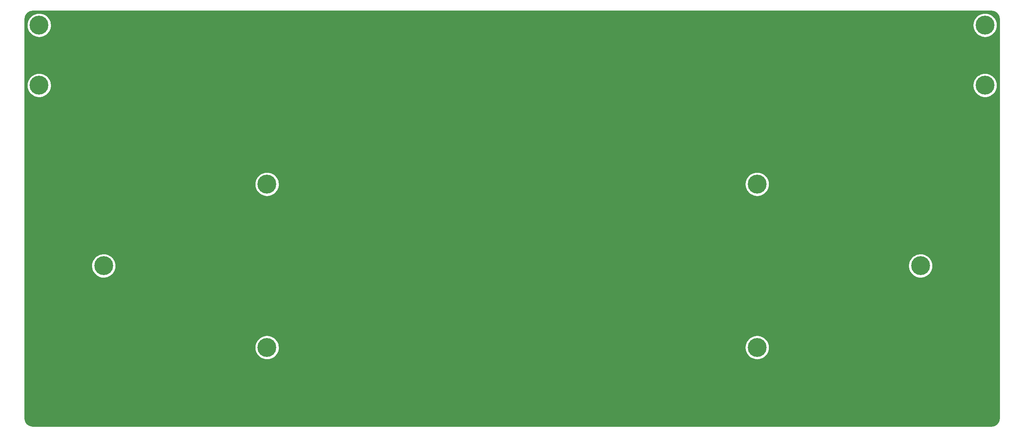
<source format=gbl>
G04 #@! TF.GenerationSoftware,KiCad,Pcbnew,(5.1.2)-1*
G04 #@! TF.CreationDate,2020-05-19T15:32:55-05:00*
G04 #@! TF.ProjectId,plaid_bottom,706c6169-645f-4626-9f74-746f6d2e6b69,rev?*
G04 #@! TF.SameCoordinates,PX2faf080PY2faf080*
G04 #@! TF.FileFunction,Copper,L2,Bot*
G04 #@! TF.FilePolarity,Positive*
%FSLAX46Y46*%
G04 Gerber Fmt 4.6, Leading zero omitted, Abs format (unit mm)*
G04 Created by KiCad (PCBNEW (5.1.2)-1) date 2020-05-19 15:32:55*
%MOMM*%
%LPD*%
G04 APERTURE LIST*
%ADD10C,4.400000*%
%ADD11C,0.254000*%
G04 APERTURE END LIST*
D10*
X4000000Y-4000000D03*
X4000000Y-18000000D03*
X224000000Y-4000000D03*
X224000000Y-18000000D03*
X19000000Y-60000000D03*
X57000000Y-41000000D03*
X57000000Y-79000000D03*
X171000000Y-41000000D03*
X171000000Y-79000000D03*
X209000000Y-60000000D03*
D11*
G36*
X225847018Y-747430D02*
G01*
X226180819Y-848211D01*
X226488687Y-1011907D01*
X226758896Y-1232284D01*
X226981157Y-1500952D01*
X227146995Y-1807663D01*
X227250104Y-2140753D01*
X227290000Y-2520341D01*
X227290001Y-95465270D01*
X227252571Y-95847016D01*
X227151789Y-96180818D01*
X226988093Y-96488687D01*
X226767716Y-96758897D01*
X226499052Y-96981154D01*
X226192337Y-97146995D01*
X225859246Y-97250104D01*
X225479659Y-97290000D01*
X2534720Y-97290000D01*
X2152984Y-97252571D01*
X1819182Y-97151789D01*
X1511313Y-96988093D01*
X1241103Y-96767716D01*
X1018846Y-96499052D01*
X853005Y-96192337D01*
X749896Y-95859246D01*
X710000Y-95479659D01*
X710000Y-79015174D01*
X54151322Y-79015174D01*
X54165000Y-79146854D01*
X54165000Y-79279223D01*
X54193777Y-79423893D01*
X54209019Y-79570632D01*
X54248124Y-79697116D01*
X54273948Y-79826939D01*
X54330395Y-79963214D01*
X54373972Y-80104161D01*
X54439753Y-80227229D01*
X54487656Y-80342876D01*
X54557202Y-80446960D01*
X54622982Y-80570024D01*
X54651070Y-80587443D01*
X54797912Y-80807207D01*
X55192793Y-81202088D01*
X55412557Y-81348930D01*
X55429976Y-81377018D01*
X55547057Y-81438800D01*
X55657124Y-81512344D01*
X55793407Y-81568794D01*
X55923877Y-81637641D01*
X56050764Y-81675395D01*
X56173061Y-81726052D01*
X56317736Y-81754830D01*
X56459133Y-81796901D01*
X56590948Y-81809175D01*
X56720777Y-81835000D01*
X56868284Y-81835000D01*
X57015174Y-81848678D01*
X57146854Y-81835000D01*
X57279223Y-81835000D01*
X57423893Y-81806223D01*
X57570632Y-81790981D01*
X57697116Y-81751876D01*
X57826939Y-81726052D01*
X57963214Y-81669605D01*
X58104161Y-81626028D01*
X58227229Y-81560247D01*
X58342876Y-81512344D01*
X58446960Y-81442798D01*
X58570024Y-81377018D01*
X58587443Y-81348930D01*
X58807207Y-81202088D01*
X59202088Y-80807207D01*
X59348930Y-80587443D01*
X59377018Y-80570024D01*
X59438800Y-80452943D01*
X59512344Y-80342876D01*
X59568794Y-80206593D01*
X59637641Y-80076123D01*
X59675395Y-79949236D01*
X59726052Y-79826939D01*
X59754830Y-79682264D01*
X59796901Y-79540867D01*
X59809175Y-79409052D01*
X59835000Y-79279223D01*
X59835000Y-79131716D01*
X59845852Y-79015174D01*
X168151322Y-79015174D01*
X168165000Y-79146854D01*
X168165000Y-79279223D01*
X168193777Y-79423893D01*
X168209019Y-79570632D01*
X168248124Y-79697116D01*
X168273948Y-79826939D01*
X168330395Y-79963214D01*
X168373972Y-80104161D01*
X168439753Y-80227229D01*
X168487656Y-80342876D01*
X168557202Y-80446960D01*
X168622982Y-80570024D01*
X168651070Y-80587443D01*
X168797912Y-80807207D01*
X169192793Y-81202088D01*
X169412557Y-81348930D01*
X169429976Y-81377018D01*
X169547057Y-81438800D01*
X169657124Y-81512344D01*
X169793407Y-81568794D01*
X169923877Y-81637641D01*
X170050764Y-81675395D01*
X170173061Y-81726052D01*
X170317736Y-81754830D01*
X170459133Y-81796901D01*
X170590948Y-81809175D01*
X170720777Y-81835000D01*
X170868284Y-81835000D01*
X171015174Y-81848678D01*
X171146854Y-81835000D01*
X171279223Y-81835000D01*
X171423893Y-81806223D01*
X171570632Y-81790981D01*
X171697116Y-81751876D01*
X171826939Y-81726052D01*
X171963214Y-81669605D01*
X172104161Y-81626028D01*
X172227229Y-81560247D01*
X172342876Y-81512344D01*
X172446960Y-81442798D01*
X172570024Y-81377018D01*
X172587443Y-81348930D01*
X172807207Y-81202088D01*
X173202088Y-80807207D01*
X173348930Y-80587443D01*
X173377018Y-80570024D01*
X173438800Y-80452943D01*
X173512344Y-80342876D01*
X173568794Y-80206593D01*
X173637641Y-80076123D01*
X173675395Y-79949236D01*
X173726052Y-79826939D01*
X173754830Y-79682264D01*
X173796901Y-79540867D01*
X173809175Y-79409052D01*
X173835000Y-79279223D01*
X173835000Y-79131716D01*
X173848678Y-78984826D01*
X173835000Y-78853146D01*
X173835000Y-78720777D01*
X173806223Y-78576107D01*
X173790981Y-78429368D01*
X173751876Y-78302884D01*
X173726052Y-78173061D01*
X173669605Y-78036786D01*
X173626028Y-77895839D01*
X173560247Y-77772771D01*
X173512344Y-77657124D01*
X173442798Y-77553040D01*
X173377018Y-77429976D01*
X173348930Y-77412557D01*
X173202088Y-77192793D01*
X172807207Y-76797912D01*
X172587443Y-76651070D01*
X172570024Y-76622982D01*
X172452943Y-76561200D01*
X172342876Y-76487656D01*
X172206593Y-76431206D01*
X172076123Y-76362359D01*
X171949236Y-76324605D01*
X171826939Y-76273948D01*
X171682264Y-76245170D01*
X171540867Y-76203099D01*
X171409052Y-76190825D01*
X171279223Y-76165000D01*
X171131716Y-76165000D01*
X170984826Y-76151322D01*
X170853146Y-76165000D01*
X170720777Y-76165000D01*
X170576107Y-76193777D01*
X170429368Y-76209019D01*
X170302884Y-76248124D01*
X170173061Y-76273948D01*
X170036786Y-76330395D01*
X169895839Y-76373972D01*
X169772771Y-76439753D01*
X169657124Y-76487656D01*
X169553040Y-76557202D01*
X169429976Y-76622982D01*
X169412557Y-76651070D01*
X169192793Y-76797912D01*
X168797912Y-77192793D01*
X168651070Y-77412557D01*
X168622982Y-77429976D01*
X168561200Y-77547057D01*
X168487656Y-77657124D01*
X168431206Y-77793407D01*
X168362359Y-77923877D01*
X168324605Y-78050764D01*
X168273948Y-78173061D01*
X168245170Y-78317736D01*
X168203099Y-78459133D01*
X168190825Y-78590948D01*
X168165000Y-78720777D01*
X168165000Y-78868284D01*
X168151322Y-79015174D01*
X59845852Y-79015174D01*
X59848678Y-78984826D01*
X59835000Y-78853146D01*
X59835000Y-78720777D01*
X59806223Y-78576107D01*
X59790981Y-78429368D01*
X59751876Y-78302884D01*
X59726052Y-78173061D01*
X59669605Y-78036786D01*
X59626028Y-77895839D01*
X59560247Y-77772771D01*
X59512344Y-77657124D01*
X59442798Y-77553040D01*
X59377018Y-77429976D01*
X59348930Y-77412557D01*
X59202088Y-77192793D01*
X58807207Y-76797912D01*
X58587443Y-76651070D01*
X58570024Y-76622982D01*
X58452943Y-76561200D01*
X58342876Y-76487656D01*
X58206593Y-76431206D01*
X58076123Y-76362359D01*
X57949236Y-76324605D01*
X57826939Y-76273948D01*
X57682264Y-76245170D01*
X57540867Y-76203099D01*
X57409052Y-76190825D01*
X57279223Y-76165000D01*
X57131716Y-76165000D01*
X56984826Y-76151322D01*
X56853146Y-76165000D01*
X56720777Y-76165000D01*
X56576107Y-76193777D01*
X56429368Y-76209019D01*
X56302884Y-76248124D01*
X56173061Y-76273948D01*
X56036786Y-76330395D01*
X55895839Y-76373972D01*
X55772771Y-76439753D01*
X55657124Y-76487656D01*
X55553040Y-76557202D01*
X55429976Y-76622982D01*
X55412557Y-76651070D01*
X55192793Y-76797912D01*
X54797912Y-77192793D01*
X54651070Y-77412557D01*
X54622982Y-77429976D01*
X54561200Y-77547057D01*
X54487656Y-77657124D01*
X54431206Y-77793407D01*
X54362359Y-77923877D01*
X54324605Y-78050764D01*
X54273948Y-78173061D01*
X54245170Y-78317736D01*
X54203099Y-78459133D01*
X54190825Y-78590948D01*
X54165000Y-78720777D01*
X54165000Y-78868284D01*
X54151322Y-79015174D01*
X710000Y-79015174D01*
X710000Y-60015174D01*
X16151322Y-60015174D01*
X16165000Y-60146854D01*
X16165000Y-60279223D01*
X16193777Y-60423893D01*
X16209019Y-60570632D01*
X16248124Y-60697116D01*
X16273948Y-60826939D01*
X16330395Y-60963214D01*
X16373972Y-61104161D01*
X16439753Y-61227229D01*
X16487656Y-61342876D01*
X16557202Y-61446960D01*
X16622982Y-61570024D01*
X16651070Y-61587443D01*
X16797912Y-61807207D01*
X17192793Y-62202088D01*
X17412557Y-62348930D01*
X17429976Y-62377018D01*
X17547057Y-62438800D01*
X17657124Y-62512344D01*
X17793407Y-62568794D01*
X17923877Y-62637641D01*
X18050764Y-62675395D01*
X18173061Y-62726052D01*
X18317736Y-62754830D01*
X18459133Y-62796901D01*
X18590948Y-62809175D01*
X18720777Y-62835000D01*
X18868284Y-62835000D01*
X19015174Y-62848678D01*
X19146854Y-62835000D01*
X19279223Y-62835000D01*
X19423893Y-62806223D01*
X19570632Y-62790981D01*
X19697116Y-62751876D01*
X19826939Y-62726052D01*
X19963214Y-62669605D01*
X20104161Y-62626028D01*
X20227229Y-62560247D01*
X20342876Y-62512344D01*
X20446960Y-62442798D01*
X20570024Y-62377018D01*
X20587443Y-62348930D01*
X20807207Y-62202088D01*
X21202088Y-61807207D01*
X21348930Y-61587443D01*
X21377018Y-61570024D01*
X21438800Y-61452943D01*
X21512344Y-61342876D01*
X21568794Y-61206593D01*
X21637641Y-61076123D01*
X21675395Y-60949236D01*
X21726052Y-60826939D01*
X21754830Y-60682264D01*
X21796901Y-60540867D01*
X21809175Y-60409052D01*
X21835000Y-60279223D01*
X21835000Y-60131716D01*
X21845852Y-60015174D01*
X206151322Y-60015174D01*
X206165000Y-60146854D01*
X206165000Y-60279223D01*
X206193777Y-60423893D01*
X206209019Y-60570632D01*
X206248124Y-60697116D01*
X206273948Y-60826939D01*
X206330395Y-60963214D01*
X206373972Y-61104161D01*
X206439753Y-61227229D01*
X206487656Y-61342876D01*
X206557202Y-61446960D01*
X206622982Y-61570024D01*
X206651070Y-61587443D01*
X206797912Y-61807207D01*
X207192793Y-62202088D01*
X207412557Y-62348930D01*
X207429976Y-62377018D01*
X207547057Y-62438800D01*
X207657124Y-62512344D01*
X207793407Y-62568794D01*
X207923877Y-62637641D01*
X208050764Y-62675395D01*
X208173061Y-62726052D01*
X208317736Y-62754830D01*
X208459133Y-62796901D01*
X208590948Y-62809175D01*
X208720777Y-62835000D01*
X208868284Y-62835000D01*
X209015174Y-62848678D01*
X209146854Y-62835000D01*
X209279223Y-62835000D01*
X209423893Y-62806223D01*
X209570632Y-62790981D01*
X209697116Y-62751876D01*
X209826939Y-62726052D01*
X209963214Y-62669605D01*
X210104161Y-62626028D01*
X210227229Y-62560247D01*
X210342876Y-62512344D01*
X210446960Y-62442798D01*
X210570024Y-62377018D01*
X210587443Y-62348930D01*
X210807207Y-62202088D01*
X211202088Y-61807207D01*
X211348930Y-61587443D01*
X211377018Y-61570024D01*
X211438800Y-61452943D01*
X211512344Y-61342876D01*
X211568794Y-61206593D01*
X211637641Y-61076123D01*
X211675395Y-60949236D01*
X211726052Y-60826939D01*
X211754830Y-60682264D01*
X211796901Y-60540867D01*
X211809175Y-60409052D01*
X211835000Y-60279223D01*
X211835000Y-60131716D01*
X211848678Y-59984826D01*
X211835000Y-59853146D01*
X211835000Y-59720777D01*
X211806223Y-59576107D01*
X211790981Y-59429368D01*
X211751876Y-59302884D01*
X211726052Y-59173061D01*
X211669605Y-59036786D01*
X211626028Y-58895839D01*
X211560247Y-58772771D01*
X211512344Y-58657124D01*
X211442798Y-58553040D01*
X211377018Y-58429976D01*
X211348930Y-58412557D01*
X211202088Y-58192793D01*
X210807207Y-57797912D01*
X210587443Y-57651070D01*
X210570024Y-57622982D01*
X210452943Y-57561200D01*
X210342876Y-57487656D01*
X210206593Y-57431206D01*
X210076123Y-57362359D01*
X209949236Y-57324605D01*
X209826939Y-57273948D01*
X209682264Y-57245170D01*
X209540867Y-57203099D01*
X209409052Y-57190825D01*
X209279223Y-57165000D01*
X209131716Y-57165000D01*
X208984826Y-57151322D01*
X208853146Y-57165000D01*
X208720777Y-57165000D01*
X208576107Y-57193777D01*
X208429368Y-57209019D01*
X208302884Y-57248124D01*
X208173061Y-57273948D01*
X208036786Y-57330395D01*
X207895839Y-57373972D01*
X207772771Y-57439753D01*
X207657124Y-57487656D01*
X207553040Y-57557202D01*
X207429976Y-57622982D01*
X207412557Y-57651070D01*
X207192793Y-57797912D01*
X206797912Y-58192793D01*
X206651070Y-58412557D01*
X206622982Y-58429976D01*
X206561200Y-58547057D01*
X206487656Y-58657124D01*
X206431206Y-58793407D01*
X206362359Y-58923877D01*
X206324605Y-59050764D01*
X206273948Y-59173061D01*
X206245170Y-59317736D01*
X206203099Y-59459133D01*
X206190825Y-59590948D01*
X206165000Y-59720777D01*
X206165000Y-59868284D01*
X206151322Y-60015174D01*
X21845852Y-60015174D01*
X21848678Y-59984826D01*
X21835000Y-59853146D01*
X21835000Y-59720777D01*
X21806223Y-59576107D01*
X21790981Y-59429368D01*
X21751876Y-59302884D01*
X21726052Y-59173061D01*
X21669605Y-59036786D01*
X21626028Y-58895839D01*
X21560247Y-58772771D01*
X21512344Y-58657124D01*
X21442798Y-58553040D01*
X21377018Y-58429976D01*
X21348930Y-58412557D01*
X21202088Y-58192793D01*
X20807207Y-57797912D01*
X20587443Y-57651070D01*
X20570024Y-57622982D01*
X20452943Y-57561200D01*
X20342876Y-57487656D01*
X20206593Y-57431206D01*
X20076123Y-57362359D01*
X19949236Y-57324605D01*
X19826939Y-57273948D01*
X19682264Y-57245170D01*
X19540867Y-57203099D01*
X19409052Y-57190825D01*
X19279223Y-57165000D01*
X19131716Y-57165000D01*
X18984826Y-57151322D01*
X18853146Y-57165000D01*
X18720777Y-57165000D01*
X18576107Y-57193777D01*
X18429368Y-57209019D01*
X18302884Y-57248124D01*
X18173061Y-57273948D01*
X18036786Y-57330395D01*
X17895839Y-57373972D01*
X17772771Y-57439753D01*
X17657124Y-57487656D01*
X17553040Y-57557202D01*
X17429976Y-57622982D01*
X17412557Y-57651070D01*
X17192793Y-57797912D01*
X16797912Y-58192793D01*
X16651070Y-58412557D01*
X16622982Y-58429976D01*
X16561200Y-58547057D01*
X16487656Y-58657124D01*
X16431206Y-58793407D01*
X16362359Y-58923877D01*
X16324605Y-59050764D01*
X16273948Y-59173061D01*
X16245170Y-59317736D01*
X16203099Y-59459133D01*
X16190825Y-59590948D01*
X16165000Y-59720777D01*
X16165000Y-59868284D01*
X16151322Y-60015174D01*
X710000Y-60015174D01*
X710000Y-41015174D01*
X54151322Y-41015174D01*
X54165000Y-41146854D01*
X54165000Y-41279223D01*
X54193777Y-41423893D01*
X54209019Y-41570632D01*
X54248124Y-41697116D01*
X54273948Y-41826939D01*
X54330395Y-41963214D01*
X54373972Y-42104161D01*
X54439753Y-42227229D01*
X54487656Y-42342876D01*
X54557202Y-42446960D01*
X54622982Y-42570024D01*
X54651070Y-42587443D01*
X54797912Y-42807207D01*
X55192793Y-43202088D01*
X55412557Y-43348930D01*
X55429976Y-43377018D01*
X55547057Y-43438800D01*
X55657124Y-43512344D01*
X55793407Y-43568794D01*
X55923877Y-43637641D01*
X56050764Y-43675395D01*
X56173061Y-43726052D01*
X56317736Y-43754830D01*
X56459133Y-43796901D01*
X56590948Y-43809175D01*
X56720777Y-43835000D01*
X56868284Y-43835000D01*
X57015174Y-43848678D01*
X57146854Y-43835000D01*
X57279223Y-43835000D01*
X57423893Y-43806223D01*
X57570632Y-43790981D01*
X57697116Y-43751876D01*
X57826939Y-43726052D01*
X57963214Y-43669605D01*
X58104161Y-43626028D01*
X58227229Y-43560247D01*
X58342876Y-43512344D01*
X58446960Y-43442798D01*
X58570024Y-43377018D01*
X58587443Y-43348930D01*
X58807207Y-43202088D01*
X59202088Y-42807207D01*
X59348930Y-42587443D01*
X59377018Y-42570024D01*
X59438800Y-42452943D01*
X59512344Y-42342876D01*
X59568794Y-42206593D01*
X59637641Y-42076123D01*
X59675395Y-41949236D01*
X59726052Y-41826939D01*
X59754830Y-41682264D01*
X59796901Y-41540867D01*
X59809175Y-41409052D01*
X59835000Y-41279223D01*
X59835000Y-41131716D01*
X59845852Y-41015174D01*
X168151322Y-41015174D01*
X168165000Y-41146854D01*
X168165000Y-41279223D01*
X168193777Y-41423893D01*
X168209019Y-41570632D01*
X168248124Y-41697116D01*
X168273948Y-41826939D01*
X168330395Y-41963214D01*
X168373972Y-42104161D01*
X168439753Y-42227229D01*
X168487656Y-42342876D01*
X168557202Y-42446960D01*
X168622982Y-42570024D01*
X168651070Y-42587443D01*
X168797912Y-42807207D01*
X169192793Y-43202088D01*
X169412557Y-43348930D01*
X169429976Y-43377018D01*
X169547057Y-43438800D01*
X169657124Y-43512344D01*
X169793407Y-43568794D01*
X169923877Y-43637641D01*
X170050764Y-43675395D01*
X170173061Y-43726052D01*
X170317736Y-43754830D01*
X170459133Y-43796901D01*
X170590948Y-43809175D01*
X170720777Y-43835000D01*
X170868284Y-43835000D01*
X171015174Y-43848678D01*
X171146854Y-43835000D01*
X171279223Y-43835000D01*
X171423893Y-43806223D01*
X171570632Y-43790981D01*
X171697116Y-43751876D01*
X171826939Y-43726052D01*
X171963214Y-43669605D01*
X172104161Y-43626028D01*
X172227229Y-43560247D01*
X172342876Y-43512344D01*
X172446960Y-43442798D01*
X172570024Y-43377018D01*
X172587443Y-43348930D01*
X172807207Y-43202088D01*
X173202088Y-42807207D01*
X173348930Y-42587443D01*
X173377018Y-42570024D01*
X173438800Y-42452943D01*
X173512344Y-42342876D01*
X173568794Y-42206593D01*
X173637641Y-42076123D01*
X173675395Y-41949236D01*
X173726052Y-41826939D01*
X173754830Y-41682264D01*
X173796901Y-41540867D01*
X173809175Y-41409052D01*
X173835000Y-41279223D01*
X173835000Y-41131716D01*
X173848678Y-40984826D01*
X173835000Y-40853146D01*
X173835000Y-40720777D01*
X173806223Y-40576107D01*
X173790981Y-40429368D01*
X173751876Y-40302884D01*
X173726052Y-40173061D01*
X173669605Y-40036786D01*
X173626028Y-39895839D01*
X173560247Y-39772771D01*
X173512344Y-39657124D01*
X173442798Y-39553040D01*
X173377018Y-39429976D01*
X173348930Y-39412557D01*
X173202088Y-39192793D01*
X172807207Y-38797912D01*
X172587443Y-38651070D01*
X172570024Y-38622982D01*
X172452943Y-38561200D01*
X172342876Y-38487656D01*
X172206593Y-38431206D01*
X172076123Y-38362359D01*
X171949236Y-38324605D01*
X171826939Y-38273948D01*
X171682264Y-38245170D01*
X171540867Y-38203099D01*
X171409052Y-38190825D01*
X171279223Y-38165000D01*
X171131716Y-38165000D01*
X170984826Y-38151322D01*
X170853146Y-38165000D01*
X170720777Y-38165000D01*
X170576107Y-38193777D01*
X170429368Y-38209019D01*
X170302884Y-38248124D01*
X170173061Y-38273948D01*
X170036786Y-38330395D01*
X169895839Y-38373972D01*
X169772771Y-38439753D01*
X169657124Y-38487656D01*
X169553040Y-38557202D01*
X169429976Y-38622982D01*
X169412557Y-38651070D01*
X169192793Y-38797912D01*
X168797912Y-39192793D01*
X168651070Y-39412557D01*
X168622982Y-39429976D01*
X168561200Y-39547057D01*
X168487656Y-39657124D01*
X168431206Y-39793407D01*
X168362359Y-39923877D01*
X168324605Y-40050764D01*
X168273948Y-40173061D01*
X168245170Y-40317736D01*
X168203099Y-40459133D01*
X168190825Y-40590948D01*
X168165000Y-40720777D01*
X168165000Y-40868284D01*
X168151322Y-41015174D01*
X59845852Y-41015174D01*
X59848678Y-40984826D01*
X59835000Y-40853146D01*
X59835000Y-40720777D01*
X59806223Y-40576107D01*
X59790981Y-40429368D01*
X59751876Y-40302884D01*
X59726052Y-40173061D01*
X59669605Y-40036786D01*
X59626028Y-39895839D01*
X59560247Y-39772771D01*
X59512344Y-39657124D01*
X59442798Y-39553040D01*
X59377018Y-39429976D01*
X59348930Y-39412557D01*
X59202088Y-39192793D01*
X58807207Y-38797912D01*
X58587443Y-38651070D01*
X58570024Y-38622982D01*
X58452943Y-38561200D01*
X58342876Y-38487656D01*
X58206593Y-38431206D01*
X58076123Y-38362359D01*
X57949236Y-38324605D01*
X57826939Y-38273948D01*
X57682264Y-38245170D01*
X57540867Y-38203099D01*
X57409052Y-38190825D01*
X57279223Y-38165000D01*
X57131716Y-38165000D01*
X56984826Y-38151322D01*
X56853146Y-38165000D01*
X56720777Y-38165000D01*
X56576107Y-38193777D01*
X56429368Y-38209019D01*
X56302884Y-38248124D01*
X56173061Y-38273948D01*
X56036786Y-38330395D01*
X55895839Y-38373972D01*
X55772771Y-38439753D01*
X55657124Y-38487656D01*
X55553040Y-38557202D01*
X55429976Y-38622982D01*
X55412557Y-38651070D01*
X55192793Y-38797912D01*
X54797912Y-39192793D01*
X54651070Y-39412557D01*
X54622982Y-39429976D01*
X54561200Y-39547057D01*
X54487656Y-39657124D01*
X54431206Y-39793407D01*
X54362359Y-39923877D01*
X54324605Y-40050764D01*
X54273948Y-40173061D01*
X54245170Y-40317736D01*
X54203099Y-40459133D01*
X54190825Y-40590948D01*
X54165000Y-40720777D01*
X54165000Y-40868284D01*
X54151322Y-41015174D01*
X710000Y-41015174D01*
X710000Y-18015174D01*
X1151322Y-18015174D01*
X1165000Y-18146854D01*
X1165000Y-18279223D01*
X1193777Y-18423893D01*
X1209019Y-18570632D01*
X1248124Y-18697116D01*
X1273948Y-18826939D01*
X1330395Y-18963214D01*
X1373972Y-19104161D01*
X1439753Y-19227229D01*
X1487656Y-19342876D01*
X1557202Y-19446960D01*
X1622982Y-19570024D01*
X1651070Y-19587443D01*
X1797912Y-19807207D01*
X2192793Y-20202088D01*
X2412557Y-20348930D01*
X2429976Y-20377018D01*
X2547057Y-20438800D01*
X2657124Y-20512344D01*
X2793407Y-20568794D01*
X2923877Y-20637641D01*
X3050764Y-20675395D01*
X3173061Y-20726052D01*
X3317736Y-20754830D01*
X3459133Y-20796901D01*
X3590948Y-20809175D01*
X3720777Y-20835000D01*
X3868284Y-20835000D01*
X4015174Y-20848678D01*
X4146854Y-20835000D01*
X4279223Y-20835000D01*
X4423893Y-20806223D01*
X4570632Y-20790981D01*
X4697116Y-20751876D01*
X4826939Y-20726052D01*
X4963214Y-20669605D01*
X5104161Y-20626028D01*
X5227229Y-20560247D01*
X5342876Y-20512344D01*
X5446960Y-20442798D01*
X5570024Y-20377018D01*
X5587443Y-20348930D01*
X5807207Y-20202088D01*
X6202088Y-19807207D01*
X6348930Y-19587443D01*
X6377018Y-19570024D01*
X6438800Y-19452943D01*
X6512344Y-19342876D01*
X6568794Y-19206593D01*
X6637641Y-19076123D01*
X6675395Y-18949236D01*
X6726052Y-18826939D01*
X6754830Y-18682264D01*
X6796901Y-18540867D01*
X6809175Y-18409052D01*
X6835000Y-18279223D01*
X6835000Y-18131716D01*
X6845852Y-18015174D01*
X221151322Y-18015174D01*
X221165000Y-18146854D01*
X221165000Y-18279223D01*
X221193777Y-18423893D01*
X221209019Y-18570632D01*
X221248124Y-18697116D01*
X221273948Y-18826939D01*
X221330395Y-18963214D01*
X221373972Y-19104161D01*
X221439753Y-19227229D01*
X221487656Y-19342876D01*
X221557202Y-19446960D01*
X221622982Y-19570024D01*
X221651070Y-19587443D01*
X221797912Y-19807207D01*
X222192793Y-20202088D01*
X222412557Y-20348930D01*
X222429976Y-20377018D01*
X222547057Y-20438800D01*
X222657124Y-20512344D01*
X222793407Y-20568794D01*
X222923877Y-20637641D01*
X223050764Y-20675395D01*
X223173061Y-20726052D01*
X223317736Y-20754830D01*
X223459133Y-20796901D01*
X223590948Y-20809175D01*
X223720777Y-20835000D01*
X223868284Y-20835000D01*
X224015174Y-20848678D01*
X224146854Y-20835000D01*
X224279223Y-20835000D01*
X224423893Y-20806223D01*
X224570632Y-20790981D01*
X224697116Y-20751876D01*
X224826939Y-20726052D01*
X224963214Y-20669605D01*
X225104161Y-20626028D01*
X225227229Y-20560247D01*
X225342876Y-20512344D01*
X225446960Y-20442798D01*
X225570024Y-20377018D01*
X225587443Y-20348930D01*
X225807207Y-20202088D01*
X226202088Y-19807207D01*
X226348930Y-19587443D01*
X226377018Y-19570024D01*
X226438800Y-19452943D01*
X226512344Y-19342876D01*
X226568794Y-19206593D01*
X226637641Y-19076123D01*
X226675395Y-18949236D01*
X226726052Y-18826939D01*
X226754830Y-18682264D01*
X226796901Y-18540867D01*
X226809175Y-18409052D01*
X226835000Y-18279223D01*
X226835000Y-18131716D01*
X226848678Y-17984826D01*
X226835000Y-17853146D01*
X226835000Y-17720777D01*
X226806223Y-17576107D01*
X226790981Y-17429368D01*
X226751876Y-17302884D01*
X226726052Y-17173061D01*
X226669605Y-17036786D01*
X226626028Y-16895839D01*
X226560247Y-16772771D01*
X226512344Y-16657124D01*
X226442798Y-16553040D01*
X226377018Y-16429976D01*
X226348930Y-16412557D01*
X226202088Y-16192793D01*
X225807207Y-15797912D01*
X225587443Y-15651070D01*
X225570024Y-15622982D01*
X225452943Y-15561200D01*
X225342876Y-15487656D01*
X225206593Y-15431206D01*
X225076123Y-15362359D01*
X224949236Y-15324605D01*
X224826939Y-15273948D01*
X224682264Y-15245170D01*
X224540867Y-15203099D01*
X224409052Y-15190825D01*
X224279223Y-15165000D01*
X224131716Y-15165000D01*
X223984826Y-15151322D01*
X223853146Y-15165000D01*
X223720777Y-15165000D01*
X223576107Y-15193777D01*
X223429368Y-15209019D01*
X223302884Y-15248124D01*
X223173061Y-15273948D01*
X223036786Y-15330395D01*
X222895839Y-15373972D01*
X222772771Y-15439753D01*
X222657124Y-15487656D01*
X222553040Y-15557202D01*
X222429976Y-15622982D01*
X222412557Y-15651070D01*
X222192793Y-15797912D01*
X221797912Y-16192793D01*
X221651070Y-16412557D01*
X221622982Y-16429976D01*
X221561200Y-16547057D01*
X221487656Y-16657124D01*
X221431206Y-16793407D01*
X221362359Y-16923877D01*
X221324605Y-17050764D01*
X221273948Y-17173061D01*
X221245170Y-17317736D01*
X221203099Y-17459133D01*
X221190825Y-17590948D01*
X221165000Y-17720777D01*
X221165000Y-17868284D01*
X221151322Y-18015174D01*
X6845852Y-18015174D01*
X6848678Y-17984826D01*
X6835000Y-17853146D01*
X6835000Y-17720777D01*
X6806223Y-17576107D01*
X6790981Y-17429368D01*
X6751876Y-17302884D01*
X6726052Y-17173061D01*
X6669605Y-17036786D01*
X6626028Y-16895839D01*
X6560247Y-16772771D01*
X6512344Y-16657124D01*
X6442798Y-16553040D01*
X6377018Y-16429976D01*
X6348930Y-16412557D01*
X6202088Y-16192793D01*
X5807207Y-15797912D01*
X5587443Y-15651070D01*
X5570024Y-15622982D01*
X5452943Y-15561200D01*
X5342876Y-15487656D01*
X5206593Y-15431206D01*
X5076123Y-15362359D01*
X4949236Y-15324605D01*
X4826939Y-15273948D01*
X4682264Y-15245170D01*
X4540867Y-15203099D01*
X4409052Y-15190825D01*
X4279223Y-15165000D01*
X4131716Y-15165000D01*
X3984826Y-15151322D01*
X3853146Y-15165000D01*
X3720777Y-15165000D01*
X3576107Y-15193777D01*
X3429368Y-15209019D01*
X3302884Y-15248124D01*
X3173061Y-15273948D01*
X3036786Y-15330395D01*
X2895839Y-15373972D01*
X2772771Y-15439753D01*
X2657124Y-15487656D01*
X2553040Y-15557202D01*
X2429976Y-15622982D01*
X2412557Y-15651070D01*
X2192793Y-15797912D01*
X1797912Y-16192793D01*
X1651070Y-16412557D01*
X1622982Y-16429976D01*
X1561200Y-16547057D01*
X1487656Y-16657124D01*
X1431206Y-16793407D01*
X1362359Y-16923877D01*
X1324605Y-17050764D01*
X1273948Y-17173061D01*
X1245170Y-17317736D01*
X1203099Y-17459133D01*
X1190825Y-17590948D01*
X1165000Y-17720777D01*
X1165000Y-17868284D01*
X1151322Y-18015174D01*
X710000Y-18015174D01*
X710000Y-4015174D01*
X1151322Y-4015174D01*
X1165000Y-4146854D01*
X1165000Y-4279223D01*
X1193777Y-4423893D01*
X1209019Y-4570632D01*
X1248124Y-4697116D01*
X1273948Y-4826939D01*
X1330395Y-4963214D01*
X1373972Y-5104161D01*
X1439753Y-5227229D01*
X1487656Y-5342876D01*
X1557202Y-5446960D01*
X1622982Y-5570024D01*
X1651070Y-5587443D01*
X1797912Y-5807207D01*
X2192793Y-6202088D01*
X2412557Y-6348930D01*
X2429976Y-6377018D01*
X2547057Y-6438800D01*
X2657124Y-6512344D01*
X2793407Y-6568794D01*
X2923877Y-6637641D01*
X3050764Y-6675395D01*
X3173061Y-6726052D01*
X3317736Y-6754830D01*
X3459133Y-6796901D01*
X3590948Y-6809175D01*
X3720777Y-6835000D01*
X3868284Y-6835000D01*
X4015174Y-6848678D01*
X4146854Y-6835000D01*
X4279223Y-6835000D01*
X4423893Y-6806223D01*
X4570632Y-6790981D01*
X4697116Y-6751876D01*
X4826939Y-6726052D01*
X4963214Y-6669605D01*
X5104161Y-6626028D01*
X5227229Y-6560247D01*
X5342876Y-6512344D01*
X5446960Y-6442798D01*
X5570024Y-6377018D01*
X5587443Y-6348930D01*
X5807207Y-6202088D01*
X6202088Y-5807207D01*
X6348930Y-5587443D01*
X6377018Y-5570024D01*
X6438800Y-5452943D01*
X6512344Y-5342876D01*
X6568794Y-5206593D01*
X6637641Y-5076123D01*
X6675395Y-4949236D01*
X6726052Y-4826939D01*
X6754830Y-4682264D01*
X6796901Y-4540867D01*
X6809175Y-4409052D01*
X6835000Y-4279223D01*
X6835000Y-4131716D01*
X6845852Y-4015174D01*
X221151322Y-4015174D01*
X221165000Y-4146854D01*
X221165000Y-4279223D01*
X221193777Y-4423893D01*
X221209019Y-4570632D01*
X221248124Y-4697116D01*
X221273948Y-4826939D01*
X221330395Y-4963214D01*
X221373972Y-5104161D01*
X221439753Y-5227229D01*
X221487656Y-5342876D01*
X221557202Y-5446960D01*
X221622982Y-5570024D01*
X221651070Y-5587443D01*
X221797912Y-5807207D01*
X222192793Y-6202088D01*
X222412557Y-6348930D01*
X222429976Y-6377018D01*
X222547057Y-6438800D01*
X222657124Y-6512344D01*
X222793407Y-6568794D01*
X222923877Y-6637641D01*
X223050764Y-6675395D01*
X223173061Y-6726052D01*
X223317736Y-6754830D01*
X223459133Y-6796901D01*
X223590948Y-6809175D01*
X223720777Y-6835000D01*
X223868284Y-6835000D01*
X224015174Y-6848678D01*
X224146854Y-6835000D01*
X224279223Y-6835000D01*
X224423893Y-6806223D01*
X224570632Y-6790981D01*
X224697116Y-6751876D01*
X224826939Y-6726052D01*
X224963214Y-6669605D01*
X225104161Y-6626028D01*
X225227229Y-6560247D01*
X225342876Y-6512344D01*
X225446960Y-6442798D01*
X225570024Y-6377018D01*
X225587443Y-6348930D01*
X225807207Y-6202088D01*
X226202088Y-5807207D01*
X226348930Y-5587443D01*
X226377018Y-5570024D01*
X226438800Y-5452943D01*
X226512344Y-5342876D01*
X226568794Y-5206593D01*
X226637641Y-5076123D01*
X226675395Y-4949236D01*
X226726052Y-4826939D01*
X226754830Y-4682264D01*
X226796901Y-4540867D01*
X226809175Y-4409052D01*
X226835000Y-4279223D01*
X226835000Y-4131716D01*
X226848678Y-3984826D01*
X226835000Y-3853146D01*
X226835000Y-3720777D01*
X226806223Y-3576107D01*
X226790981Y-3429368D01*
X226751876Y-3302884D01*
X226726052Y-3173061D01*
X226669605Y-3036786D01*
X226626028Y-2895839D01*
X226560247Y-2772771D01*
X226512344Y-2657124D01*
X226442798Y-2553040D01*
X226377018Y-2429976D01*
X226348930Y-2412557D01*
X226202088Y-2192793D01*
X225807207Y-1797912D01*
X225587443Y-1651070D01*
X225570024Y-1622982D01*
X225452943Y-1561200D01*
X225342876Y-1487656D01*
X225206593Y-1431206D01*
X225076123Y-1362359D01*
X224949236Y-1324605D01*
X224826939Y-1273948D01*
X224682264Y-1245170D01*
X224540867Y-1203099D01*
X224409052Y-1190825D01*
X224279223Y-1165000D01*
X224131716Y-1165000D01*
X223984826Y-1151322D01*
X223853146Y-1165000D01*
X223720777Y-1165000D01*
X223576107Y-1193777D01*
X223429368Y-1209019D01*
X223302884Y-1248124D01*
X223173061Y-1273948D01*
X223036786Y-1330395D01*
X222895839Y-1373972D01*
X222772771Y-1439753D01*
X222657124Y-1487656D01*
X222553040Y-1557202D01*
X222429976Y-1622982D01*
X222412557Y-1651070D01*
X222192793Y-1797912D01*
X221797912Y-2192793D01*
X221651070Y-2412557D01*
X221622982Y-2429976D01*
X221561200Y-2547057D01*
X221487656Y-2657124D01*
X221431206Y-2793407D01*
X221362359Y-2923877D01*
X221324605Y-3050764D01*
X221273948Y-3173061D01*
X221245170Y-3317736D01*
X221203099Y-3459133D01*
X221190825Y-3590948D01*
X221165000Y-3720777D01*
X221165000Y-3868284D01*
X221151322Y-4015174D01*
X6845852Y-4015174D01*
X6848678Y-3984826D01*
X6835000Y-3853146D01*
X6835000Y-3720777D01*
X6806223Y-3576107D01*
X6790981Y-3429368D01*
X6751876Y-3302884D01*
X6726052Y-3173061D01*
X6669605Y-3036786D01*
X6626028Y-2895839D01*
X6560247Y-2772771D01*
X6512344Y-2657124D01*
X6442798Y-2553040D01*
X6377018Y-2429976D01*
X6348930Y-2412557D01*
X6202088Y-2192793D01*
X5807207Y-1797912D01*
X5587443Y-1651070D01*
X5570024Y-1622982D01*
X5452943Y-1561200D01*
X5342876Y-1487656D01*
X5206593Y-1431206D01*
X5076123Y-1362359D01*
X4949236Y-1324605D01*
X4826939Y-1273948D01*
X4682264Y-1245170D01*
X4540867Y-1203099D01*
X4409052Y-1190825D01*
X4279223Y-1165000D01*
X4131716Y-1165000D01*
X3984826Y-1151322D01*
X3853146Y-1165000D01*
X3720777Y-1165000D01*
X3576107Y-1193777D01*
X3429368Y-1209019D01*
X3302884Y-1248124D01*
X3173061Y-1273948D01*
X3036786Y-1330395D01*
X2895839Y-1373972D01*
X2772771Y-1439753D01*
X2657124Y-1487656D01*
X2553040Y-1557202D01*
X2429976Y-1622982D01*
X2412557Y-1651070D01*
X2192793Y-1797912D01*
X1797912Y-2192793D01*
X1651070Y-2412557D01*
X1622982Y-2429976D01*
X1561200Y-2547057D01*
X1487656Y-2657124D01*
X1431206Y-2793407D01*
X1362359Y-2923877D01*
X1324605Y-3050764D01*
X1273948Y-3173061D01*
X1245170Y-3317736D01*
X1203099Y-3459133D01*
X1190825Y-3590948D01*
X1165000Y-3720777D01*
X1165000Y-3868284D01*
X1151322Y-4015174D01*
X710000Y-4015174D01*
X710000Y-2534721D01*
X747430Y-2152982D01*
X848211Y-1819181D01*
X1011907Y-1511313D01*
X1232284Y-1241104D01*
X1500952Y-1018843D01*
X1807663Y-853005D01*
X2140753Y-749896D01*
X2520341Y-710000D01*
X225465279Y-710000D01*
X225847018Y-747430D01*
X225847018Y-747430D01*
G37*
X225847018Y-747430D02*
X226180819Y-848211D01*
X226488687Y-1011907D01*
X226758896Y-1232284D01*
X226981157Y-1500952D01*
X227146995Y-1807663D01*
X227250104Y-2140753D01*
X227290000Y-2520341D01*
X227290001Y-95465270D01*
X227252571Y-95847016D01*
X227151789Y-96180818D01*
X226988093Y-96488687D01*
X226767716Y-96758897D01*
X226499052Y-96981154D01*
X226192337Y-97146995D01*
X225859246Y-97250104D01*
X225479659Y-97290000D01*
X2534720Y-97290000D01*
X2152984Y-97252571D01*
X1819182Y-97151789D01*
X1511313Y-96988093D01*
X1241103Y-96767716D01*
X1018846Y-96499052D01*
X853005Y-96192337D01*
X749896Y-95859246D01*
X710000Y-95479659D01*
X710000Y-79015174D01*
X54151322Y-79015174D01*
X54165000Y-79146854D01*
X54165000Y-79279223D01*
X54193777Y-79423893D01*
X54209019Y-79570632D01*
X54248124Y-79697116D01*
X54273948Y-79826939D01*
X54330395Y-79963214D01*
X54373972Y-80104161D01*
X54439753Y-80227229D01*
X54487656Y-80342876D01*
X54557202Y-80446960D01*
X54622982Y-80570024D01*
X54651070Y-80587443D01*
X54797912Y-80807207D01*
X55192793Y-81202088D01*
X55412557Y-81348930D01*
X55429976Y-81377018D01*
X55547057Y-81438800D01*
X55657124Y-81512344D01*
X55793407Y-81568794D01*
X55923877Y-81637641D01*
X56050764Y-81675395D01*
X56173061Y-81726052D01*
X56317736Y-81754830D01*
X56459133Y-81796901D01*
X56590948Y-81809175D01*
X56720777Y-81835000D01*
X56868284Y-81835000D01*
X57015174Y-81848678D01*
X57146854Y-81835000D01*
X57279223Y-81835000D01*
X57423893Y-81806223D01*
X57570632Y-81790981D01*
X57697116Y-81751876D01*
X57826939Y-81726052D01*
X57963214Y-81669605D01*
X58104161Y-81626028D01*
X58227229Y-81560247D01*
X58342876Y-81512344D01*
X58446960Y-81442798D01*
X58570024Y-81377018D01*
X58587443Y-81348930D01*
X58807207Y-81202088D01*
X59202088Y-80807207D01*
X59348930Y-80587443D01*
X59377018Y-80570024D01*
X59438800Y-80452943D01*
X59512344Y-80342876D01*
X59568794Y-80206593D01*
X59637641Y-80076123D01*
X59675395Y-79949236D01*
X59726052Y-79826939D01*
X59754830Y-79682264D01*
X59796901Y-79540867D01*
X59809175Y-79409052D01*
X59835000Y-79279223D01*
X59835000Y-79131716D01*
X59845852Y-79015174D01*
X168151322Y-79015174D01*
X168165000Y-79146854D01*
X168165000Y-79279223D01*
X168193777Y-79423893D01*
X168209019Y-79570632D01*
X168248124Y-79697116D01*
X168273948Y-79826939D01*
X168330395Y-79963214D01*
X168373972Y-80104161D01*
X168439753Y-80227229D01*
X168487656Y-80342876D01*
X168557202Y-80446960D01*
X168622982Y-80570024D01*
X168651070Y-80587443D01*
X168797912Y-80807207D01*
X169192793Y-81202088D01*
X169412557Y-81348930D01*
X169429976Y-81377018D01*
X169547057Y-81438800D01*
X169657124Y-81512344D01*
X169793407Y-81568794D01*
X169923877Y-81637641D01*
X170050764Y-81675395D01*
X170173061Y-81726052D01*
X170317736Y-81754830D01*
X170459133Y-81796901D01*
X170590948Y-81809175D01*
X170720777Y-81835000D01*
X170868284Y-81835000D01*
X171015174Y-81848678D01*
X171146854Y-81835000D01*
X171279223Y-81835000D01*
X171423893Y-81806223D01*
X171570632Y-81790981D01*
X171697116Y-81751876D01*
X171826939Y-81726052D01*
X171963214Y-81669605D01*
X172104161Y-81626028D01*
X172227229Y-81560247D01*
X172342876Y-81512344D01*
X172446960Y-81442798D01*
X172570024Y-81377018D01*
X172587443Y-81348930D01*
X172807207Y-81202088D01*
X173202088Y-80807207D01*
X173348930Y-80587443D01*
X173377018Y-80570024D01*
X173438800Y-80452943D01*
X173512344Y-80342876D01*
X173568794Y-80206593D01*
X173637641Y-80076123D01*
X173675395Y-79949236D01*
X173726052Y-79826939D01*
X173754830Y-79682264D01*
X173796901Y-79540867D01*
X173809175Y-79409052D01*
X173835000Y-79279223D01*
X173835000Y-79131716D01*
X173848678Y-78984826D01*
X173835000Y-78853146D01*
X173835000Y-78720777D01*
X173806223Y-78576107D01*
X173790981Y-78429368D01*
X173751876Y-78302884D01*
X173726052Y-78173061D01*
X173669605Y-78036786D01*
X173626028Y-77895839D01*
X173560247Y-77772771D01*
X173512344Y-77657124D01*
X173442798Y-77553040D01*
X173377018Y-77429976D01*
X173348930Y-77412557D01*
X173202088Y-77192793D01*
X172807207Y-76797912D01*
X172587443Y-76651070D01*
X172570024Y-76622982D01*
X172452943Y-76561200D01*
X172342876Y-76487656D01*
X172206593Y-76431206D01*
X172076123Y-76362359D01*
X171949236Y-76324605D01*
X171826939Y-76273948D01*
X171682264Y-76245170D01*
X171540867Y-76203099D01*
X171409052Y-76190825D01*
X171279223Y-76165000D01*
X171131716Y-76165000D01*
X170984826Y-76151322D01*
X170853146Y-76165000D01*
X170720777Y-76165000D01*
X170576107Y-76193777D01*
X170429368Y-76209019D01*
X170302884Y-76248124D01*
X170173061Y-76273948D01*
X170036786Y-76330395D01*
X169895839Y-76373972D01*
X169772771Y-76439753D01*
X169657124Y-76487656D01*
X169553040Y-76557202D01*
X169429976Y-76622982D01*
X169412557Y-76651070D01*
X169192793Y-76797912D01*
X168797912Y-77192793D01*
X168651070Y-77412557D01*
X168622982Y-77429976D01*
X168561200Y-77547057D01*
X168487656Y-77657124D01*
X168431206Y-77793407D01*
X168362359Y-77923877D01*
X168324605Y-78050764D01*
X168273948Y-78173061D01*
X168245170Y-78317736D01*
X168203099Y-78459133D01*
X168190825Y-78590948D01*
X168165000Y-78720777D01*
X168165000Y-78868284D01*
X168151322Y-79015174D01*
X59845852Y-79015174D01*
X59848678Y-78984826D01*
X59835000Y-78853146D01*
X59835000Y-78720777D01*
X59806223Y-78576107D01*
X59790981Y-78429368D01*
X59751876Y-78302884D01*
X59726052Y-78173061D01*
X59669605Y-78036786D01*
X59626028Y-77895839D01*
X59560247Y-77772771D01*
X59512344Y-77657124D01*
X59442798Y-77553040D01*
X59377018Y-77429976D01*
X59348930Y-77412557D01*
X59202088Y-77192793D01*
X58807207Y-76797912D01*
X58587443Y-76651070D01*
X58570024Y-76622982D01*
X58452943Y-76561200D01*
X58342876Y-76487656D01*
X58206593Y-76431206D01*
X58076123Y-76362359D01*
X57949236Y-76324605D01*
X57826939Y-76273948D01*
X57682264Y-76245170D01*
X57540867Y-76203099D01*
X57409052Y-76190825D01*
X57279223Y-76165000D01*
X57131716Y-76165000D01*
X56984826Y-76151322D01*
X56853146Y-76165000D01*
X56720777Y-76165000D01*
X56576107Y-76193777D01*
X56429368Y-76209019D01*
X56302884Y-76248124D01*
X56173061Y-76273948D01*
X56036786Y-76330395D01*
X55895839Y-76373972D01*
X55772771Y-76439753D01*
X55657124Y-76487656D01*
X55553040Y-76557202D01*
X55429976Y-76622982D01*
X55412557Y-76651070D01*
X55192793Y-76797912D01*
X54797912Y-77192793D01*
X54651070Y-77412557D01*
X54622982Y-77429976D01*
X54561200Y-77547057D01*
X54487656Y-77657124D01*
X54431206Y-77793407D01*
X54362359Y-77923877D01*
X54324605Y-78050764D01*
X54273948Y-78173061D01*
X54245170Y-78317736D01*
X54203099Y-78459133D01*
X54190825Y-78590948D01*
X54165000Y-78720777D01*
X54165000Y-78868284D01*
X54151322Y-79015174D01*
X710000Y-79015174D01*
X710000Y-60015174D01*
X16151322Y-60015174D01*
X16165000Y-60146854D01*
X16165000Y-60279223D01*
X16193777Y-60423893D01*
X16209019Y-60570632D01*
X16248124Y-60697116D01*
X16273948Y-60826939D01*
X16330395Y-60963214D01*
X16373972Y-61104161D01*
X16439753Y-61227229D01*
X16487656Y-61342876D01*
X16557202Y-61446960D01*
X16622982Y-61570024D01*
X16651070Y-61587443D01*
X16797912Y-61807207D01*
X17192793Y-62202088D01*
X17412557Y-62348930D01*
X17429976Y-62377018D01*
X17547057Y-62438800D01*
X17657124Y-62512344D01*
X17793407Y-62568794D01*
X17923877Y-62637641D01*
X18050764Y-62675395D01*
X18173061Y-62726052D01*
X18317736Y-62754830D01*
X18459133Y-62796901D01*
X18590948Y-62809175D01*
X18720777Y-62835000D01*
X18868284Y-62835000D01*
X19015174Y-62848678D01*
X19146854Y-62835000D01*
X19279223Y-62835000D01*
X19423893Y-62806223D01*
X19570632Y-62790981D01*
X19697116Y-62751876D01*
X19826939Y-62726052D01*
X19963214Y-62669605D01*
X20104161Y-62626028D01*
X20227229Y-62560247D01*
X20342876Y-62512344D01*
X20446960Y-62442798D01*
X20570024Y-62377018D01*
X20587443Y-62348930D01*
X20807207Y-62202088D01*
X21202088Y-61807207D01*
X21348930Y-61587443D01*
X21377018Y-61570024D01*
X21438800Y-61452943D01*
X21512344Y-61342876D01*
X21568794Y-61206593D01*
X21637641Y-61076123D01*
X21675395Y-60949236D01*
X21726052Y-60826939D01*
X21754830Y-60682264D01*
X21796901Y-60540867D01*
X21809175Y-60409052D01*
X21835000Y-60279223D01*
X21835000Y-60131716D01*
X21845852Y-60015174D01*
X206151322Y-60015174D01*
X206165000Y-60146854D01*
X206165000Y-60279223D01*
X206193777Y-60423893D01*
X206209019Y-60570632D01*
X206248124Y-60697116D01*
X206273948Y-60826939D01*
X206330395Y-60963214D01*
X206373972Y-61104161D01*
X206439753Y-61227229D01*
X206487656Y-61342876D01*
X206557202Y-61446960D01*
X206622982Y-61570024D01*
X206651070Y-61587443D01*
X206797912Y-61807207D01*
X207192793Y-62202088D01*
X207412557Y-62348930D01*
X207429976Y-62377018D01*
X207547057Y-62438800D01*
X207657124Y-62512344D01*
X207793407Y-62568794D01*
X207923877Y-62637641D01*
X208050764Y-62675395D01*
X208173061Y-62726052D01*
X208317736Y-62754830D01*
X208459133Y-62796901D01*
X208590948Y-62809175D01*
X208720777Y-62835000D01*
X208868284Y-62835000D01*
X209015174Y-62848678D01*
X209146854Y-62835000D01*
X209279223Y-62835000D01*
X209423893Y-62806223D01*
X209570632Y-62790981D01*
X209697116Y-62751876D01*
X209826939Y-62726052D01*
X209963214Y-62669605D01*
X210104161Y-62626028D01*
X210227229Y-62560247D01*
X210342876Y-62512344D01*
X210446960Y-62442798D01*
X210570024Y-62377018D01*
X210587443Y-62348930D01*
X210807207Y-62202088D01*
X211202088Y-61807207D01*
X211348930Y-61587443D01*
X211377018Y-61570024D01*
X211438800Y-61452943D01*
X211512344Y-61342876D01*
X211568794Y-61206593D01*
X211637641Y-61076123D01*
X211675395Y-60949236D01*
X211726052Y-60826939D01*
X211754830Y-60682264D01*
X211796901Y-60540867D01*
X211809175Y-60409052D01*
X211835000Y-60279223D01*
X211835000Y-60131716D01*
X211848678Y-59984826D01*
X211835000Y-59853146D01*
X211835000Y-59720777D01*
X211806223Y-59576107D01*
X211790981Y-59429368D01*
X211751876Y-59302884D01*
X211726052Y-59173061D01*
X211669605Y-59036786D01*
X211626028Y-58895839D01*
X211560247Y-58772771D01*
X211512344Y-58657124D01*
X211442798Y-58553040D01*
X211377018Y-58429976D01*
X211348930Y-58412557D01*
X211202088Y-58192793D01*
X210807207Y-57797912D01*
X210587443Y-57651070D01*
X210570024Y-57622982D01*
X210452943Y-57561200D01*
X210342876Y-57487656D01*
X210206593Y-57431206D01*
X210076123Y-57362359D01*
X209949236Y-57324605D01*
X209826939Y-57273948D01*
X209682264Y-57245170D01*
X209540867Y-57203099D01*
X209409052Y-57190825D01*
X209279223Y-57165000D01*
X209131716Y-57165000D01*
X208984826Y-57151322D01*
X208853146Y-57165000D01*
X208720777Y-57165000D01*
X208576107Y-57193777D01*
X208429368Y-57209019D01*
X208302884Y-57248124D01*
X208173061Y-57273948D01*
X208036786Y-57330395D01*
X207895839Y-57373972D01*
X207772771Y-57439753D01*
X207657124Y-57487656D01*
X207553040Y-57557202D01*
X207429976Y-57622982D01*
X207412557Y-57651070D01*
X207192793Y-57797912D01*
X206797912Y-58192793D01*
X206651070Y-58412557D01*
X206622982Y-58429976D01*
X206561200Y-58547057D01*
X206487656Y-58657124D01*
X206431206Y-58793407D01*
X206362359Y-58923877D01*
X206324605Y-59050764D01*
X206273948Y-59173061D01*
X206245170Y-59317736D01*
X206203099Y-59459133D01*
X206190825Y-59590948D01*
X206165000Y-59720777D01*
X206165000Y-59868284D01*
X206151322Y-60015174D01*
X21845852Y-60015174D01*
X21848678Y-59984826D01*
X21835000Y-59853146D01*
X21835000Y-59720777D01*
X21806223Y-59576107D01*
X21790981Y-59429368D01*
X21751876Y-59302884D01*
X21726052Y-59173061D01*
X21669605Y-59036786D01*
X21626028Y-58895839D01*
X21560247Y-58772771D01*
X21512344Y-58657124D01*
X21442798Y-58553040D01*
X21377018Y-58429976D01*
X21348930Y-58412557D01*
X21202088Y-58192793D01*
X20807207Y-57797912D01*
X20587443Y-57651070D01*
X20570024Y-57622982D01*
X20452943Y-57561200D01*
X20342876Y-57487656D01*
X20206593Y-57431206D01*
X20076123Y-57362359D01*
X19949236Y-57324605D01*
X19826939Y-57273948D01*
X19682264Y-57245170D01*
X19540867Y-57203099D01*
X19409052Y-57190825D01*
X19279223Y-57165000D01*
X19131716Y-57165000D01*
X18984826Y-57151322D01*
X18853146Y-57165000D01*
X18720777Y-57165000D01*
X18576107Y-57193777D01*
X18429368Y-57209019D01*
X18302884Y-57248124D01*
X18173061Y-57273948D01*
X18036786Y-57330395D01*
X17895839Y-57373972D01*
X17772771Y-57439753D01*
X17657124Y-57487656D01*
X17553040Y-57557202D01*
X17429976Y-57622982D01*
X17412557Y-57651070D01*
X17192793Y-57797912D01*
X16797912Y-58192793D01*
X16651070Y-58412557D01*
X16622982Y-58429976D01*
X16561200Y-58547057D01*
X16487656Y-58657124D01*
X16431206Y-58793407D01*
X16362359Y-58923877D01*
X16324605Y-59050764D01*
X16273948Y-59173061D01*
X16245170Y-59317736D01*
X16203099Y-59459133D01*
X16190825Y-59590948D01*
X16165000Y-59720777D01*
X16165000Y-59868284D01*
X16151322Y-60015174D01*
X710000Y-60015174D01*
X710000Y-41015174D01*
X54151322Y-41015174D01*
X54165000Y-41146854D01*
X54165000Y-41279223D01*
X54193777Y-41423893D01*
X54209019Y-41570632D01*
X54248124Y-41697116D01*
X54273948Y-41826939D01*
X54330395Y-41963214D01*
X54373972Y-42104161D01*
X54439753Y-42227229D01*
X54487656Y-42342876D01*
X54557202Y-42446960D01*
X54622982Y-42570024D01*
X54651070Y-42587443D01*
X54797912Y-42807207D01*
X55192793Y-43202088D01*
X55412557Y-43348930D01*
X55429976Y-43377018D01*
X55547057Y-43438800D01*
X55657124Y-43512344D01*
X55793407Y-43568794D01*
X55923877Y-43637641D01*
X56050764Y-43675395D01*
X56173061Y-43726052D01*
X56317736Y-43754830D01*
X56459133Y-43796901D01*
X56590948Y-43809175D01*
X56720777Y-43835000D01*
X56868284Y-43835000D01*
X57015174Y-43848678D01*
X57146854Y-43835000D01*
X57279223Y-43835000D01*
X57423893Y-43806223D01*
X57570632Y-43790981D01*
X57697116Y-43751876D01*
X57826939Y-43726052D01*
X57963214Y-43669605D01*
X58104161Y-43626028D01*
X58227229Y-43560247D01*
X58342876Y-43512344D01*
X58446960Y-43442798D01*
X58570024Y-43377018D01*
X58587443Y-43348930D01*
X58807207Y-43202088D01*
X59202088Y-42807207D01*
X59348930Y-42587443D01*
X59377018Y-42570024D01*
X59438800Y-42452943D01*
X59512344Y-42342876D01*
X59568794Y-42206593D01*
X59637641Y-42076123D01*
X59675395Y-41949236D01*
X59726052Y-41826939D01*
X59754830Y-41682264D01*
X59796901Y-41540867D01*
X59809175Y-41409052D01*
X59835000Y-41279223D01*
X59835000Y-41131716D01*
X59845852Y-41015174D01*
X168151322Y-41015174D01*
X168165000Y-41146854D01*
X168165000Y-41279223D01*
X168193777Y-41423893D01*
X168209019Y-41570632D01*
X168248124Y-41697116D01*
X168273948Y-41826939D01*
X168330395Y-41963214D01*
X168373972Y-42104161D01*
X168439753Y-42227229D01*
X168487656Y-42342876D01*
X168557202Y-42446960D01*
X168622982Y-42570024D01*
X168651070Y-42587443D01*
X168797912Y-42807207D01*
X169192793Y-43202088D01*
X169412557Y-43348930D01*
X169429976Y-43377018D01*
X169547057Y-43438800D01*
X169657124Y-43512344D01*
X169793407Y-43568794D01*
X169923877Y-43637641D01*
X170050764Y-43675395D01*
X170173061Y-43726052D01*
X170317736Y-43754830D01*
X170459133Y-43796901D01*
X170590948Y-43809175D01*
X170720777Y-43835000D01*
X170868284Y-43835000D01*
X171015174Y-43848678D01*
X171146854Y-43835000D01*
X171279223Y-43835000D01*
X171423893Y-43806223D01*
X171570632Y-43790981D01*
X171697116Y-43751876D01*
X171826939Y-43726052D01*
X171963214Y-43669605D01*
X172104161Y-43626028D01*
X172227229Y-43560247D01*
X172342876Y-43512344D01*
X172446960Y-43442798D01*
X172570024Y-43377018D01*
X172587443Y-43348930D01*
X172807207Y-43202088D01*
X173202088Y-42807207D01*
X173348930Y-42587443D01*
X173377018Y-42570024D01*
X173438800Y-42452943D01*
X173512344Y-42342876D01*
X173568794Y-42206593D01*
X173637641Y-42076123D01*
X173675395Y-41949236D01*
X173726052Y-41826939D01*
X173754830Y-41682264D01*
X173796901Y-41540867D01*
X173809175Y-41409052D01*
X173835000Y-41279223D01*
X173835000Y-41131716D01*
X173848678Y-40984826D01*
X173835000Y-40853146D01*
X173835000Y-40720777D01*
X173806223Y-40576107D01*
X173790981Y-40429368D01*
X173751876Y-40302884D01*
X173726052Y-40173061D01*
X173669605Y-40036786D01*
X173626028Y-39895839D01*
X173560247Y-39772771D01*
X173512344Y-39657124D01*
X173442798Y-39553040D01*
X173377018Y-39429976D01*
X173348930Y-39412557D01*
X173202088Y-39192793D01*
X172807207Y-38797912D01*
X172587443Y-38651070D01*
X172570024Y-38622982D01*
X172452943Y-38561200D01*
X172342876Y-38487656D01*
X172206593Y-38431206D01*
X172076123Y-38362359D01*
X171949236Y-38324605D01*
X171826939Y-38273948D01*
X171682264Y-38245170D01*
X171540867Y-38203099D01*
X171409052Y-38190825D01*
X171279223Y-38165000D01*
X171131716Y-38165000D01*
X170984826Y-38151322D01*
X170853146Y-38165000D01*
X170720777Y-38165000D01*
X170576107Y-38193777D01*
X170429368Y-38209019D01*
X170302884Y-38248124D01*
X170173061Y-38273948D01*
X170036786Y-38330395D01*
X169895839Y-38373972D01*
X169772771Y-38439753D01*
X169657124Y-38487656D01*
X169553040Y-38557202D01*
X169429976Y-38622982D01*
X169412557Y-38651070D01*
X169192793Y-38797912D01*
X168797912Y-39192793D01*
X168651070Y-39412557D01*
X168622982Y-39429976D01*
X168561200Y-39547057D01*
X168487656Y-39657124D01*
X168431206Y-39793407D01*
X168362359Y-39923877D01*
X168324605Y-40050764D01*
X168273948Y-40173061D01*
X168245170Y-40317736D01*
X168203099Y-40459133D01*
X168190825Y-40590948D01*
X168165000Y-40720777D01*
X168165000Y-40868284D01*
X168151322Y-41015174D01*
X59845852Y-41015174D01*
X59848678Y-40984826D01*
X59835000Y-40853146D01*
X59835000Y-40720777D01*
X59806223Y-40576107D01*
X59790981Y-40429368D01*
X59751876Y-40302884D01*
X59726052Y-40173061D01*
X59669605Y-40036786D01*
X59626028Y-39895839D01*
X59560247Y-39772771D01*
X59512344Y-39657124D01*
X59442798Y-39553040D01*
X59377018Y-39429976D01*
X59348930Y-39412557D01*
X59202088Y-39192793D01*
X58807207Y-38797912D01*
X58587443Y-38651070D01*
X58570024Y-38622982D01*
X58452943Y-38561200D01*
X58342876Y-38487656D01*
X58206593Y-38431206D01*
X58076123Y-38362359D01*
X57949236Y-38324605D01*
X57826939Y-38273948D01*
X57682264Y-38245170D01*
X57540867Y-38203099D01*
X57409052Y-38190825D01*
X57279223Y-38165000D01*
X57131716Y-38165000D01*
X56984826Y-38151322D01*
X56853146Y-38165000D01*
X56720777Y-38165000D01*
X56576107Y-38193777D01*
X56429368Y-38209019D01*
X56302884Y-38248124D01*
X56173061Y-38273948D01*
X56036786Y-38330395D01*
X55895839Y-38373972D01*
X55772771Y-38439753D01*
X55657124Y-38487656D01*
X55553040Y-38557202D01*
X55429976Y-38622982D01*
X55412557Y-38651070D01*
X55192793Y-38797912D01*
X54797912Y-39192793D01*
X54651070Y-39412557D01*
X54622982Y-39429976D01*
X54561200Y-39547057D01*
X54487656Y-39657124D01*
X54431206Y-39793407D01*
X54362359Y-39923877D01*
X54324605Y-40050764D01*
X54273948Y-40173061D01*
X54245170Y-40317736D01*
X54203099Y-40459133D01*
X54190825Y-40590948D01*
X54165000Y-40720777D01*
X54165000Y-40868284D01*
X54151322Y-41015174D01*
X710000Y-41015174D01*
X710000Y-18015174D01*
X1151322Y-18015174D01*
X1165000Y-18146854D01*
X1165000Y-18279223D01*
X1193777Y-18423893D01*
X1209019Y-18570632D01*
X1248124Y-18697116D01*
X1273948Y-18826939D01*
X1330395Y-18963214D01*
X1373972Y-19104161D01*
X1439753Y-19227229D01*
X1487656Y-19342876D01*
X1557202Y-19446960D01*
X1622982Y-19570024D01*
X1651070Y-19587443D01*
X1797912Y-19807207D01*
X2192793Y-20202088D01*
X2412557Y-20348930D01*
X2429976Y-20377018D01*
X2547057Y-20438800D01*
X2657124Y-20512344D01*
X2793407Y-20568794D01*
X2923877Y-20637641D01*
X3050764Y-20675395D01*
X3173061Y-20726052D01*
X3317736Y-20754830D01*
X3459133Y-20796901D01*
X3590948Y-20809175D01*
X3720777Y-20835000D01*
X3868284Y-20835000D01*
X4015174Y-20848678D01*
X4146854Y-20835000D01*
X4279223Y-20835000D01*
X4423893Y-20806223D01*
X4570632Y-20790981D01*
X4697116Y-20751876D01*
X4826939Y-20726052D01*
X4963214Y-20669605D01*
X5104161Y-20626028D01*
X5227229Y-20560247D01*
X5342876Y-20512344D01*
X5446960Y-20442798D01*
X5570024Y-20377018D01*
X5587443Y-20348930D01*
X5807207Y-20202088D01*
X6202088Y-19807207D01*
X6348930Y-19587443D01*
X6377018Y-19570024D01*
X6438800Y-19452943D01*
X6512344Y-19342876D01*
X6568794Y-19206593D01*
X6637641Y-19076123D01*
X6675395Y-18949236D01*
X6726052Y-18826939D01*
X6754830Y-18682264D01*
X6796901Y-18540867D01*
X6809175Y-18409052D01*
X6835000Y-18279223D01*
X6835000Y-18131716D01*
X6845852Y-18015174D01*
X221151322Y-18015174D01*
X221165000Y-18146854D01*
X221165000Y-18279223D01*
X221193777Y-18423893D01*
X221209019Y-18570632D01*
X221248124Y-18697116D01*
X221273948Y-18826939D01*
X221330395Y-18963214D01*
X221373972Y-19104161D01*
X221439753Y-19227229D01*
X221487656Y-19342876D01*
X221557202Y-19446960D01*
X221622982Y-19570024D01*
X221651070Y-19587443D01*
X221797912Y-19807207D01*
X222192793Y-20202088D01*
X222412557Y-20348930D01*
X222429976Y-20377018D01*
X222547057Y-20438800D01*
X222657124Y-20512344D01*
X222793407Y-20568794D01*
X222923877Y-20637641D01*
X223050764Y-20675395D01*
X223173061Y-20726052D01*
X223317736Y-20754830D01*
X223459133Y-20796901D01*
X223590948Y-20809175D01*
X223720777Y-20835000D01*
X223868284Y-20835000D01*
X224015174Y-20848678D01*
X224146854Y-20835000D01*
X224279223Y-20835000D01*
X224423893Y-20806223D01*
X224570632Y-20790981D01*
X224697116Y-20751876D01*
X224826939Y-20726052D01*
X224963214Y-20669605D01*
X225104161Y-20626028D01*
X225227229Y-20560247D01*
X225342876Y-20512344D01*
X225446960Y-20442798D01*
X225570024Y-20377018D01*
X225587443Y-20348930D01*
X225807207Y-20202088D01*
X226202088Y-19807207D01*
X226348930Y-19587443D01*
X226377018Y-19570024D01*
X226438800Y-19452943D01*
X226512344Y-19342876D01*
X226568794Y-19206593D01*
X226637641Y-19076123D01*
X226675395Y-18949236D01*
X226726052Y-18826939D01*
X226754830Y-18682264D01*
X226796901Y-18540867D01*
X226809175Y-18409052D01*
X226835000Y-18279223D01*
X226835000Y-18131716D01*
X226848678Y-17984826D01*
X226835000Y-17853146D01*
X226835000Y-17720777D01*
X226806223Y-17576107D01*
X226790981Y-17429368D01*
X226751876Y-17302884D01*
X226726052Y-17173061D01*
X226669605Y-17036786D01*
X226626028Y-16895839D01*
X226560247Y-16772771D01*
X226512344Y-16657124D01*
X226442798Y-16553040D01*
X226377018Y-16429976D01*
X226348930Y-16412557D01*
X226202088Y-16192793D01*
X225807207Y-15797912D01*
X225587443Y-15651070D01*
X225570024Y-15622982D01*
X225452943Y-15561200D01*
X225342876Y-15487656D01*
X225206593Y-15431206D01*
X225076123Y-15362359D01*
X224949236Y-15324605D01*
X224826939Y-15273948D01*
X224682264Y-15245170D01*
X224540867Y-15203099D01*
X224409052Y-15190825D01*
X224279223Y-15165000D01*
X224131716Y-15165000D01*
X223984826Y-15151322D01*
X223853146Y-15165000D01*
X223720777Y-15165000D01*
X223576107Y-15193777D01*
X223429368Y-15209019D01*
X223302884Y-15248124D01*
X223173061Y-15273948D01*
X223036786Y-15330395D01*
X222895839Y-15373972D01*
X222772771Y-15439753D01*
X222657124Y-15487656D01*
X222553040Y-15557202D01*
X222429976Y-15622982D01*
X222412557Y-15651070D01*
X222192793Y-15797912D01*
X221797912Y-16192793D01*
X221651070Y-16412557D01*
X221622982Y-16429976D01*
X221561200Y-16547057D01*
X221487656Y-16657124D01*
X221431206Y-16793407D01*
X221362359Y-16923877D01*
X221324605Y-17050764D01*
X221273948Y-17173061D01*
X221245170Y-17317736D01*
X221203099Y-17459133D01*
X221190825Y-17590948D01*
X221165000Y-17720777D01*
X221165000Y-17868284D01*
X221151322Y-18015174D01*
X6845852Y-18015174D01*
X6848678Y-17984826D01*
X6835000Y-17853146D01*
X6835000Y-17720777D01*
X6806223Y-17576107D01*
X6790981Y-17429368D01*
X6751876Y-17302884D01*
X6726052Y-17173061D01*
X6669605Y-17036786D01*
X6626028Y-16895839D01*
X6560247Y-16772771D01*
X6512344Y-16657124D01*
X6442798Y-16553040D01*
X6377018Y-16429976D01*
X6348930Y-16412557D01*
X6202088Y-16192793D01*
X5807207Y-15797912D01*
X5587443Y-15651070D01*
X5570024Y-15622982D01*
X5452943Y-15561200D01*
X5342876Y-15487656D01*
X5206593Y-15431206D01*
X5076123Y-15362359D01*
X4949236Y-15324605D01*
X4826939Y-15273948D01*
X4682264Y-15245170D01*
X4540867Y-15203099D01*
X4409052Y-15190825D01*
X4279223Y-15165000D01*
X4131716Y-15165000D01*
X3984826Y-15151322D01*
X3853146Y-15165000D01*
X3720777Y-15165000D01*
X3576107Y-15193777D01*
X3429368Y-15209019D01*
X3302884Y-15248124D01*
X3173061Y-15273948D01*
X3036786Y-15330395D01*
X2895839Y-15373972D01*
X2772771Y-15439753D01*
X2657124Y-15487656D01*
X2553040Y-15557202D01*
X2429976Y-15622982D01*
X2412557Y-15651070D01*
X2192793Y-15797912D01*
X1797912Y-16192793D01*
X1651070Y-16412557D01*
X1622982Y-16429976D01*
X1561200Y-16547057D01*
X1487656Y-16657124D01*
X1431206Y-16793407D01*
X1362359Y-16923877D01*
X1324605Y-17050764D01*
X1273948Y-17173061D01*
X1245170Y-17317736D01*
X1203099Y-17459133D01*
X1190825Y-17590948D01*
X1165000Y-17720777D01*
X1165000Y-17868284D01*
X1151322Y-18015174D01*
X710000Y-18015174D01*
X710000Y-4015174D01*
X1151322Y-4015174D01*
X1165000Y-4146854D01*
X1165000Y-4279223D01*
X1193777Y-4423893D01*
X1209019Y-4570632D01*
X1248124Y-4697116D01*
X1273948Y-4826939D01*
X1330395Y-4963214D01*
X1373972Y-5104161D01*
X1439753Y-5227229D01*
X1487656Y-5342876D01*
X1557202Y-5446960D01*
X1622982Y-5570024D01*
X1651070Y-5587443D01*
X1797912Y-5807207D01*
X2192793Y-6202088D01*
X2412557Y-6348930D01*
X2429976Y-6377018D01*
X2547057Y-6438800D01*
X2657124Y-6512344D01*
X2793407Y-6568794D01*
X2923877Y-6637641D01*
X3050764Y-6675395D01*
X3173061Y-6726052D01*
X3317736Y-6754830D01*
X3459133Y-6796901D01*
X3590948Y-6809175D01*
X3720777Y-6835000D01*
X3868284Y-6835000D01*
X4015174Y-6848678D01*
X4146854Y-6835000D01*
X4279223Y-6835000D01*
X4423893Y-6806223D01*
X4570632Y-6790981D01*
X4697116Y-6751876D01*
X4826939Y-6726052D01*
X4963214Y-6669605D01*
X5104161Y-6626028D01*
X5227229Y-6560247D01*
X5342876Y-6512344D01*
X5446960Y-6442798D01*
X5570024Y-6377018D01*
X5587443Y-6348930D01*
X5807207Y-6202088D01*
X6202088Y-5807207D01*
X6348930Y-5587443D01*
X6377018Y-5570024D01*
X6438800Y-5452943D01*
X6512344Y-5342876D01*
X6568794Y-5206593D01*
X6637641Y-5076123D01*
X6675395Y-4949236D01*
X6726052Y-4826939D01*
X6754830Y-4682264D01*
X6796901Y-4540867D01*
X6809175Y-4409052D01*
X6835000Y-4279223D01*
X6835000Y-4131716D01*
X6845852Y-4015174D01*
X221151322Y-4015174D01*
X221165000Y-4146854D01*
X221165000Y-4279223D01*
X221193777Y-4423893D01*
X221209019Y-4570632D01*
X221248124Y-4697116D01*
X221273948Y-4826939D01*
X221330395Y-4963214D01*
X221373972Y-5104161D01*
X221439753Y-5227229D01*
X221487656Y-5342876D01*
X221557202Y-5446960D01*
X221622982Y-5570024D01*
X221651070Y-5587443D01*
X221797912Y-5807207D01*
X222192793Y-6202088D01*
X222412557Y-6348930D01*
X222429976Y-6377018D01*
X222547057Y-6438800D01*
X222657124Y-6512344D01*
X222793407Y-6568794D01*
X222923877Y-6637641D01*
X223050764Y-6675395D01*
X223173061Y-6726052D01*
X223317736Y-6754830D01*
X223459133Y-6796901D01*
X223590948Y-6809175D01*
X223720777Y-6835000D01*
X223868284Y-6835000D01*
X224015174Y-6848678D01*
X224146854Y-6835000D01*
X224279223Y-6835000D01*
X224423893Y-6806223D01*
X224570632Y-6790981D01*
X224697116Y-6751876D01*
X224826939Y-6726052D01*
X224963214Y-6669605D01*
X225104161Y-6626028D01*
X225227229Y-6560247D01*
X225342876Y-6512344D01*
X225446960Y-6442798D01*
X225570024Y-6377018D01*
X225587443Y-6348930D01*
X225807207Y-6202088D01*
X226202088Y-5807207D01*
X226348930Y-5587443D01*
X226377018Y-5570024D01*
X226438800Y-5452943D01*
X226512344Y-5342876D01*
X226568794Y-5206593D01*
X226637641Y-5076123D01*
X226675395Y-4949236D01*
X226726052Y-4826939D01*
X226754830Y-4682264D01*
X226796901Y-4540867D01*
X226809175Y-4409052D01*
X226835000Y-4279223D01*
X226835000Y-4131716D01*
X226848678Y-3984826D01*
X226835000Y-3853146D01*
X226835000Y-3720777D01*
X226806223Y-3576107D01*
X226790981Y-3429368D01*
X226751876Y-3302884D01*
X226726052Y-3173061D01*
X226669605Y-3036786D01*
X226626028Y-2895839D01*
X226560247Y-2772771D01*
X226512344Y-2657124D01*
X226442798Y-2553040D01*
X226377018Y-2429976D01*
X226348930Y-2412557D01*
X226202088Y-2192793D01*
X225807207Y-1797912D01*
X225587443Y-1651070D01*
X225570024Y-1622982D01*
X225452943Y-1561200D01*
X225342876Y-1487656D01*
X225206593Y-1431206D01*
X225076123Y-1362359D01*
X224949236Y-1324605D01*
X224826939Y-1273948D01*
X224682264Y-1245170D01*
X224540867Y-1203099D01*
X224409052Y-1190825D01*
X224279223Y-1165000D01*
X224131716Y-1165000D01*
X223984826Y-1151322D01*
X223853146Y-1165000D01*
X223720777Y-1165000D01*
X223576107Y-1193777D01*
X223429368Y-1209019D01*
X223302884Y-1248124D01*
X223173061Y-1273948D01*
X223036786Y-1330395D01*
X222895839Y-1373972D01*
X222772771Y-1439753D01*
X222657124Y-1487656D01*
X222553040Y-1557202D01*
X222429976Y-1622982D01*
X222412557Y-1651070D01*
X222192793Y-1797912D01*
X221797912Y-2192793D01*
X221651070Y-2412557D01*
X221622982Y-2429976D01*
X221561200Y-2547057D01*
X221487656Y-2657124D01*
X221431206Y-2793407D01*
X221362359Y-2923877D01*
X221324605Y-3050764D01*
X221273948Y-3173061D01*
X221245170Y-3317736D01*
X221203099Y-3459133D01*
X221190825Y-3590948D01*
X221165000Y-3720777D01*
X221165000Y-3868284D01*
X221151322Y-4015174D01*
X6845852Y-4015174D01*
X6848678Y-3984826D01*
X6835000Y-3853146D01*
X6835000Y-3720777D01*
X6806223Y-3576107D01*
X6790981Y-3429368D01*
X6751876Y-3302884D01*
X6726052Y-3173061D01*
X6669605Y-3036786D01*
X6626028Y-2895839D01*
X6560247Y-2772771D01*
X6512344Y-2657124D01*
X6442798Y-2553040D01*
X6377018Y-2429976D01*
X6348930Y-2412557D01*
X6202088Y-2192793D01*
X5807207Y-1797912D01*
X5587443Y-1651070D01*
X5570024Y-1622982D01*
X5452943Y-1561200D01*
X5342876Y-1487656D01*
X5206593Y-1431206D01*
X5076123Y-1362359D01*
X4949236Y-1324605D01*
X4826939Y-1273948D01*
X4682264Y-1245170D01*
X4540867Y-1203099D01*
X4409052Y-1190825D01*
X4279223Y-1165000D01*
X4131716Y-1165000D01*
X3984826Y-1151322D01*
X3853146Y-1165000D01*
X3720777Y-1165000D01*
X3576107Y-1193777D01*
X3429368Y-1209019D01*
X3302884Y-1248124D01*
X3173061Y-1273948D01*
X3036786Y-1330395D01*
X2895839Y-1373972D01*
X2772771Y-1439753D01*
X2657124Y-1487656D01*
X2553040Y-1557202D01*
X2429976Y-1622982D01*
X2412557Y-1651070D01*
X2192793Y-1797912D01*
X1797912Y-2192793D01*
X1651070Y-2412557D01*
X1622982Y-2429976D01*
X1561200Y-2547057D01*
X1487656Y-2657124D01*
X1431206Y-2793407D01*
X1362359Y-2923877D01*
X1324605Y-3050764D01*
X1273948Y-3173061D01*
X1245170Y-3317736D01*
X1203099Y-3459133D01*
X1190825Y-3590948D01*
X1165000Y-3720777D01*
X1165000Y-3868284D01*
X1151322Y-4015174D01*
X710000Y-4015174D01*
X710000Y-2534721D01*
X747430Y-2152982D01*
X848211Y-1819181D01*
X1011907Y-1511313D01*
X1232284Y-1241104D01*
X1500952Y-1018843D01*
X1807663Y-853005D01*
X2140753Y-749896D01*
X2520341Y-710000D01*
X225465279Y-710000D01*
X225847018Y-747430D01*
M02*

</source>
